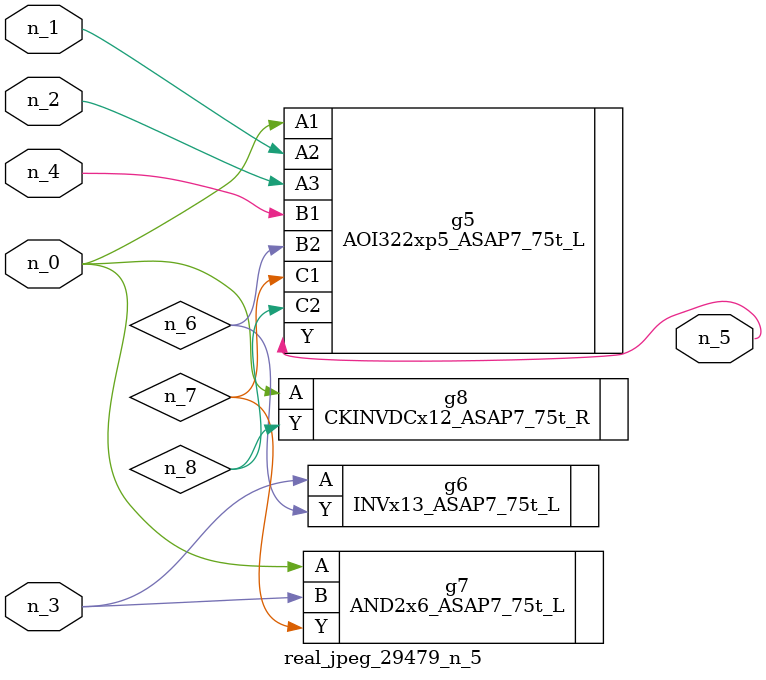
<source format=v>
module real_jpeg_29479_n_5 (n_4, n_0, n_1, n_2, n_3, n_5);

input n_4;
input n_0;
input n_1;
input n_2;
input n_3;

output n_5;

wire n_8;
wire n_6;
wire n_7;

AOI322xp5_ASAP7_75t_L g5 ( 
.A1(n_0),
.A2(n_1),
.A3(n_2),
.B1(n_4),
.B2(n_6),
.C1(n_7),
.C2(n_8),
.Y(n_5)
);

AND2x6_ASAP7_75t_L g7 ( 
.A(n_0),
.B(n_3),
.Y(n_7)
);

CKINVDCx12_ASAP7_75t_R g8 ( 
.A(n_0),
.Y(n_8)
);

INVx13_ASAP7_75t_L g6 ( 
.A(n_3),
.Y(n_6)
);


endmodule
</source>
